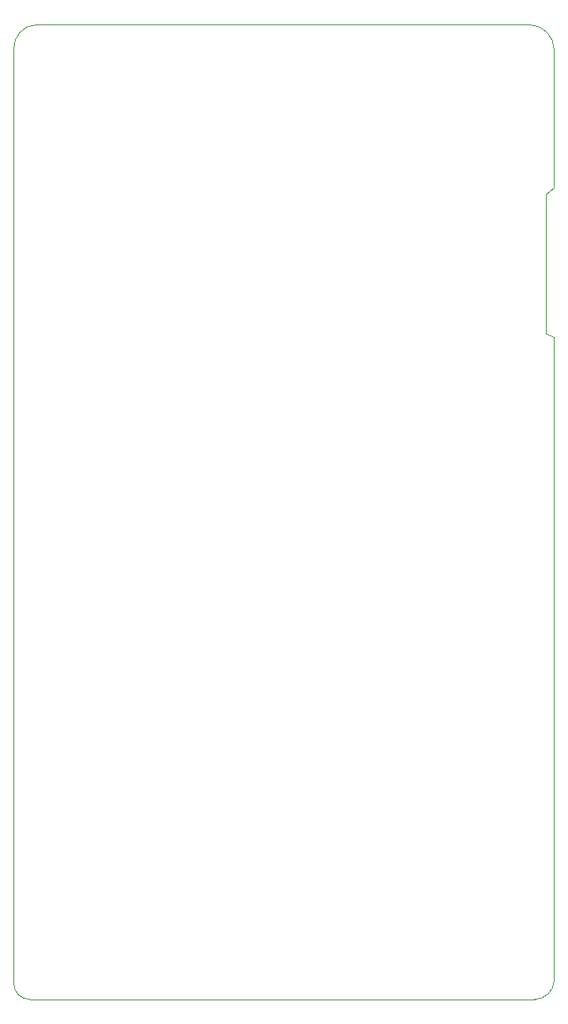
<source format=gbr>
G04 #@! TF.GenerationSoftware,KiCad,Pcbnew,(5.1.4)-1*
G04 #@! TF.CreationDate,2019-12-31T12:49:38+08:00*
G04 #@! TF.ProjectId,FH26W-45S-0.3SHW-DIP,46483236-572d-4343-9553-2d302e335348,rev?*
G04 #@! TF.SameCoordinates,Original*
G04 #@! TF.FileFunction,Profile,NP*
%FSLAX46Y46*%
G04 Gerber Fmt 4.6, Leading zero omitted, Abs format (unit mm)*
G04 Created by KiCad (PCBNEW (5.1.4)-1) date 2019-12-31 12:49:38*
%MOMM*%
%LPD*%
G04 APERTURE LIST*
%ADD10C,0.050000*%
G04 APERTURE END LIST*
D10*
X150607914Y-25402157D02*
G75*
G02X153200000Y-28100000I-107914J-2697843D01*
G01*
X95201485Y-27986156D02*
G75*
G02X97700000Y-25400000I2498515J86156D01*
G01*
X153197834Y-127995356D02*
G75*
G02X151100000Y-130000000I-2097834J95356D01*
G01*
X96900000Y-130000000D02*
G75*
G02X95200000Y-128300000I0J1700000D01*
G01*
X152300000Y-58560000D02*
X153200000Y-58900000D01*
X152300000Y-43590000D02*
X153201294Y-42889032D01*
X153201294Y-42889032D02*
X153200000Y-28100000D01*
X152300000Y-43590000D02*
X152300000Y-58560000D01*
X153200000Y-58900000D02*
X153197834Y-127995356D01*
X96900000Y-130000000D02*
X151100000Y-130000000D01*
X95201485Y-27986156D02*
X95200000Y-128300000D01*
X97700000Y-25400000D02*
X150607914Y-25402157D01*
M02*

</source>
